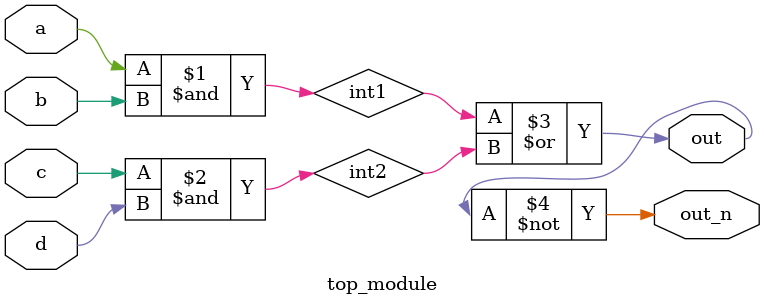
<source format=v>
module top_module(
    input a,
    input b,
    input c,
    input d,
    output out,
    output out_n   ); 
    wire int1,int2;
    
    assign int1 = a&b;
    assign int2 = c&d;
    assign out = int1|int2;
    assign out_n = ~out;
endmodule

</source>
